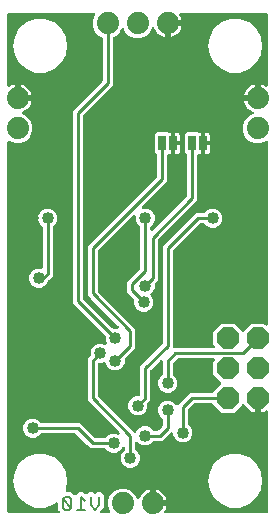
<source format=gbr>
G04 EAGLE Gerber RS-274X export*
G75*
%MOMM*%
%FSLAX34Y34*%
%LPD*%
%INBottom Copper*%
%IPPOS*%
%AMOC8*
5,1,8,0,0,1.08239X$1,22.5*%
G01*
%ADD10C,0.203200*%
%ADD11P,2.034460X8X292.500000*%
%ADD12C,1.879600*%
%ADD13R,0.635000X1.270000*%
%ADD14C,1.016000*%
%ADD15C,0.254000*%

G36*
X112061Y72387D02*
X112061Y72387D01*
X112111Y72383D01*
X112219Y72402D01*
X112328Y72412D01*
X112375Y72429D01*
X112424Y72437D01*
X112524Y72482D01*
X112628Y72519D01*
X112669Y72547D01*
X112714Y72568D01*
X112800Y72636D01*
X112891Y72698D01*
X112924Y72735D01*
X112962Y72766D01*
X113029Y72854D01*
X113101Y72936D01*
X113124Y72981D01*
X113154Y73020D01*
X113225Y73165D01*
X113759Y74455D01*
X116045Y76741D01*
X119033Y77979D01*
X122267Y77979D01*
X125255Y76741D01*
X127455Y74540D01*
X127534Y74480D01*
X127606Y74412D01*
X127659Y74383D01*
X127707Y74346D01*
X127798Y74306D01*
X127884Y74258D01*
X127943Y74243D01*
X127998Y74219D01*
X128096Y74204D01*
X128192Y74179D01*
X128292Y74173D01*
X128313Y74169D01*
X128325Y74171D01*
X128353Y74169D01*
X131035Y74169D01*
X131134Y74181D01*
X131233Y74184D01*
X131291Y74201D01*
X131351Y74209D01*
X131443Y74245D01*
X131538Y74273D01*
X131590Y74303D01*
X131647Y74326D01*
X131727Y74384D01*
X131812Y74434D01*
X131887Y74500D01*
X131904Y74512D01*
X131912Y74522D01*
X131933Y74540D01*
X135010Y77617D01*
X135070Y77695D01*
X135138Y77768D01*
X135167Y77821D01*
X135204Y77868D01*
X135244Y77959D01*
X135292Y78046D01*
X135307Y78105D01*
X135331Y78160D01*
X135346Y78258D01*
X135371Y78354D01*
X135377Y78454D01*
X135381Y78474D01*
X135379Y78487D01*
X135381Y78515D01*
X135381Y83737D01*
X135369Y83835D01*
X135366Y83934D01*
X135349Y83993D01*
X135341Y84053D01*
X135305Y84145D01*
X135277Y84240D01*
X135247Y84292D01*
X135224Y84348D01*
X135166Y84428D01*
X135116Y84514D01*
X135050Y84589D01*
X135038Y84606D01*
X135028Y84614D01*
X135010Y84635D01*
X132809Y86835D01*
X131571Y89823D01*
X131571Y93057D01*
X132809Y96045D01*
X135095Y98331D01*
X138083Y99569D01*
X141317Y99569D01*
X144305Y98331D01*
X146577Y96059D01*
X146671Y95986D01*
X146760Y95907D01*
X146796Y95889D01*
X146828Y95864D01*
X146937Y95817D01*
X147043Y95763D01*
X147083Y95754D01*
X147120Y95738D01*
X147237Y95719D01*
X147353Y95693D01*
X147394Y95694D01*
X147434Y95688D01*
X147552Y95699D01*
X147671Y95703D01*
X147710Y95714D01*
X147750Y95718D01*
X147863Y95758D01*
X147977Y95791D01*
X148012Y95812D01*
X148050Y95825D01*
X148148Y95892D01*
X148251Y95953D01*
X148296Y95993D01*
X148313Y96004D01*
X148326Y96019D01*
X148372Y96059D01*
X150983Y98670D01*
X158231Y105919D01*
X176784Y105919D01*
X176902Y105934D01*
X177021Y105941D01*
X177059Y105954D01*
X177100Y105959D01*
X177210Y106002D01*
X177323Y106039D01*
X177358Y106061D01*
X177395Y106076D01*
X177491Y106145D01*
X177592Y106209D01*
X177620Y106239D01*
X177653Y106262D01*
X177729Y106354D01*
X177810Y106441D01*
X177830Y106476D01*
X177855Y106507D01*
X177900Y106602D01*
X184700Y113403D01*
X184773Y113497D01*
X184852Y113586D01*
X184870Y113622D01*
X184895Y113654D01*
X184943Y113763D01*
X184997Y113869D01*
X185005Y113908D01*
X185021Y113946D01*
X185040Y114063D01*
X185066Y114179D01*
X185065Y114220D01*
X185071Y114260D01*
X185060Y114378D01*
X185057Y114497D01*
X185045Y114536D01*
X185042Y114576D01*
X185001Y114689D01*
X184968Y114803D01*
X184948Y114838D01*
X184934Y114876D01*
X184867Y114974D01*
X184807Y115077D01*
X184767Y115122D01*
X184755Y115139D01*
X184740Y115152D01*
X184700Y115198D01*
X178053Y121844D01*
X178053Y132156D01*
X179112Y133215D01*
X179197Y133324D01*
X179286Y133431D01*
X179295Y133450D01*
X179307Y133466D01*
X179362Y133593D01*
X179422Y133719D01*
X179425Y133739D01*
X179434Y133758D01*
X179455Y133896D01*
X179481Y134032D01*
X179480Y134052D01*
X179483Y134072D01*
X179470Y134211D01*
X179462Y134349D01*
X179455Y134368D01*
X179454Y134388D01*
X179406Y134520D01*
X179364Y134651D01*
X179353Y134669D01*
X179346Y134688D01*
X179268Y134803D01*
X179193Y134920D01*
X179179Y134934D01*
X179167Y134951D01*
X179063Y135043D01*
X178962Y135138D01*
X178944Y135148D01*
X178929Y135161D01*
X178805Y135225D01*
X178683Y135292D01*
X178664Y135297D01*
X178646Y135306D01*
X178510Y135336D01*
X178375Y135371D01*
X178347Y135373D01*
X178335Y135376D01*
X178315Y135375D01*
X178215Y135381D01*
X148365Y135381D01*
X148266Y135369D01*
X148167Y135366D01*
X148109Y135349D01*
X148049Y135341D01*
X147957Y135305D01*
X147862Y135277D01*
X147810Y135247D01*
X147753Y135224D01*
X147673Y135166D01*
X147588Y135116D01*
X147513Y135050D01*
X147496Y135038D01*
X147488Y135028D01*
X147467Y135010D01*
X144390Y131933D01*
X144330Y131855D01*
X144262Y131782D01*
X144233Y131729D01*
X144196Y131682D01*
X144156Y131591D01*
X144108Y131504D01*
X144093Y131445D01*
X144069Y131390D01*
X144054Y131292D01*
X144029Y131196D01*
X144023Y131096D01*
X144019Y131076D01*
X144021Y131063D01*
X144019Y131035D01*
X144019Y122003D01*
X144031Y121905D01*
X144034Y121806D01*
X144051Y121747D01*
X144059Y121687D01*
X144095Y121595D01*
X144123Y121500D01*
X144153Y121448D01*
X144176Y121392D01*
X144234Y121312D01*
X144284Y121226D01*
X144350Y121151D01*
X144362Y121134D01*
X144372Y121126D01*
X144390Y121105D01*
X146591Y118905D01*
X147829Y115917D01*
X147829Y112683D01*
X146591Y109695D01*
X144305Y107409D01*
X141317Y106171D01*
X138083Y106171D01*
X135095Y107409D01*
X132809Y109695D01*
X131571Y112683D01*
X131571Y115917D01*
X132809Y118905D01*
X135010Y121105D01*
X135070Y121184D01*
X135138Y121256D01*
X135167Y121309D01*
X135204Y121357D01*
X135244Y121448D01*
X135292Y121534D01*
X135307Y121593D01*
X135331Y121648D01*
X135346Y121746D01*
X135371Y121842D01*
X135377Y121942D01*
X135381Y121963D01*
X135379Y121975D01*
X135381Y122003D01*
X135381Y132559D01*
X135364Y132697D01*
X135351Y132836D01*
X135344Y132855D01*
X135341Y132875D01*
X135290Y133004D01*
X135243Y133135D01*
X135232Y133152D01*
X135224Y133171D01*
X135143Y133283D01*
X135065Y133398D01*
X135049Y133412D01*
X135038Y133428D01*
X134930Y133517D01*
X134826Y133609D01*
X134808Y133618D01*
X134793Y133631D01*
X134667Y133690D01*
X134543Y133753D01*
X134523Y133758D01*
X134505Y133766D01*
X134369Y133792D01*
X134233Y133823D01*
X134212Y133822D01*
X134193Y133826D01*
X134054Y133817D01*
X133915Y133813D01*
X133895Y133808D01*
X133875Y133806D01*
X133743Y133764D01*
X133609Y133725D01*
X133592Y133715D01*
X133573Y133708D01*
X133455Y133634D01*
X133335Y133563D01*
X133314Y133545D01*
X133304Y133538D01*
X133290Y133523D01*
X133215Y133457D01*
X125340Y125583D01*
X125280Y125505D01*
X125212Y125432D01*
X125183Y125379D01*
X125146Y125332D01*
X125106Y125241D01*
X125058Y125154D01*
X125043Y125095D01*
X125019Y125040D01*
X125004Y124942D01*
X124979Y124846D01*
X124973Y124746D01*
X124969Y124726D01*
X124971Y124713D01*
X124969Y124685D01*
X124969Y99811D01*
X122800Y97643D01*
X122740Y97565D01*
X122672Y97492D01*
X122643Y97439D01*
X122606Y97392D01*
X122566Y97301D01*
X122518Y97214D01*
X122503Y97155D01*
X122479Y97100D01*
X122464Y97002D01*
X122439Y96906D01*
X122433Y96806D01*
X122429Y96786D01*
X122431Y96773D01*
X122429Y96745D01*
X122429Y93633D01*
X121191Y90645D01*
X118905Y88359D01*
X115917Y87121D01*
X112683Y87121D01*
X109695Y88359D01*
X107409Y90645D01*
X106171Y93633D01*
X106171Y96867D01*
X107409Y99855D01*
X109695Y102141D01*
X112683Y103379D01*
X115062Y103379D01*
X115180Y103394D01*
X115299Y103401D01*
X115337Y103414D01*
X115378Y103419D01*
X115488Y103462D01*
X115601Y103499D01*
X115636Y103521D01*
X115673Y103536D01*
X115769Y103605D01*
X115870Y103669D01*
X115898Y103699D01*
X115931Y103722D01*
X116007Y103814D01*
X116088Y103901D01*
X116108Y103936D01*
X116133Y103967D01*
X116184Y104075D01*
X116242Y104179D01*
X116252Y104219D01*
X116269Y104255D01*
X116291Y104372D01*
X116321Y104487D01*
X116325Y104547D01*
X116329Y104567D01*
X116327Y104588D01*
X116331Y104648D01*
X116331Y128789D01*
X135010Y147467D01*
X135070Y147545D01*
X135138Y147618D01*
X135167Y147671D01*
X135204Y147718D01*
X135244Y147809D01*
X135292Y147896D01*
X135307Y147955D01*
X135331Y148010D01*
X135346Y148108D01*
X135371Y148204D01*
X135377Y148304D01*
X135381Y148324D01*
X135379Y148337D01*
X135381Y148365D01*
X135381Y230389D01*
X163311Y258319D01*
X170097Y258319D01*
X170195Y258331D01*
X170294Y258334D01*
X170353Y258351D01*
X170413Y258359D01*
X170505Y258395D01*
X170600Y258423D01*
X170652Y258453D01*
X170708Y258476D01*
X170788Y258534D01*
X170874Y258584D01*
X170949Y258650D01*
X170966Y258662D01*
X170974Y258672D01*
X170995Y258690D01*
X173195Y260891D01*
X176183Y262129D01*
X179417Y262129D01*
X182405Y260891D01*
X184691Y258605D01*
X185929Y255617D01*
X185929Y252383D01*
X184691Y249395D01*
X182405Y247109D01*
X179417Y245871D01*
X176183Y245871D01*
X173195Y247109D01*
X170995Y249310D01*
X170916Y249370D01*
X170844Y249438D01*
X170791Y249467D01*
X170743Y249504D01*
X170652Y249544D01*
X170566Y249592D01*
X170507Y249607D01*
X170452Y249631D01*
X170354Y249646D01*
X170258Y249671D01*
X170158Y249677D01*
X170137Y249681D01*
X170125Y249679D01*
X170097Y249681D01*
X167415Y249681D01*
X167316Y249669D01*
X167217Y249666D01*
X167159Y249649D01*
X167099Y249641D01*
X167007Y249605D01*
X166912Y249577D01*
X166860Y249547D01*
X166803Y249524D01*
X166723Y249466D01*
X166638Y249416D01*
X166563Y249350D01*
X166546Y249338D01*
X166538Y249328D01*
X166517Y249310D01*
X144390Y227183D01*
X144330Y227105D01*
X144262Y227032D01*
X144233Y226979D01*
X144196Y226932D01*
X144156Y226841D01*
X144108Y226754D01*
X144093Y226695D01*
X144069Y226640D01*
X144054Y226542D01*
X144029Y226446D01*
X144023Y226346D01*
X144019Y226326D01*
X144021Y226313D01*
X144019Y226285D01*
X144019Y145288D01*
X144034Y145170D01*
X144041Y145051D01*
X144054Y145013D01*
X144059Y144972D01*
X144102Y144862D01*
X144139Y144749D01*
X144161Y144714D01*
X144176Y144677D01*
X144245Y144581D01*
X144309Y144480D01*
X144339Y144452D01*
X144362Y144419D01*
X144454Y144343D01*
X144541Y144262D01*
X144576Y144242D01*
X144607Y144217D01*
X144715Y144166D01*
X144819Y144108D01*
X144859Y144098D01*
X144895Y144081D01*
X145012Y144059D01*
X145127Y144029D01*
X145187Y144025D01*
X145207Y144021D01*
X145228Y144023D01*
X145288Y144019D01*
X178215Y144019D01*
X178353Y144036D01*
X178491Y144049D01*
X178510Y144056D01*
X178530Y144059D01*
X178659Y144110D01*
X178790Y144157D01*
X178807Y144168D01*
X178826Y144176D01*
X178938Y144257D01*
X179054Y144335D01*
X179067Y144351D01*
X179083Y144362D01*
X179172Y144470D01*
X179264Y144574D01*
X179273Y144592D01*
X179286Y144607D01*
X179345Y144733D01*
X179409Y144857D01*
X179413Y144877D01*
X179422Y144895D01*
X179448Y145032D01*
X179478Y145167D01*
X179478Y145188D01*
X179481Y145207D01*
X179473Y145346D01*
X179469Y145485D01*
X179463Y145505D01*
X179462Y145525D01*
X179419Y145657D01*
X179380Y145791D01*
X179370Y145808D01*
X179364Y145827D01*
X179289Y145945D01*
X179219Y146065D01*
X179200Y146086D01*
X179193Y146096D01*
X179178Y146110D01*
X179112Y146185D01*
X178053Y147244D01*
X178053Y157556D01*
X185344Y164847D01*
X195656Y164847D01*
X202302Y158200D01*
X202397Y158127D01*
X202486Y158048D01*
X202522Y158030D01*
X202554Y158005D01*
X202663Y157958D01*
X202769Y157903D01*
X202808Y157895D01*
X202846Y157879D01*
X202963Y157860D01*
X203079Y157834D01*
X203120Y157835D01*
X203160Y157829D01*
X203278Y157840D01*
X203397Y157843D01*
X203436Y157855D01*
X203476Y157858D01*
X203589Y157899D01*
X203703Y157932D01*
X203737Y157952D01*
X203776Y157966D01*
X203874Y158033D01*
X203977Y158093D01*
X204022Y158133D01*
X204039Y158145D01*
X204052Y158160D01*
X204097Y158200D01*
X210744Y164847D01*
X221056Y164847D01*
X222369Y163534D01*
X222478Y163449D01*
X222585Y163360D01*
X222604Y163351D01*
X222620Y163339D01*
X222748Y163283D01*
X222873Y163224D01*
X222893Y163221D01*
X222912Y163212D01*
X223050Y163191D01*
X223186Y163165D01*
X223206Y163166D01*
X223226Y163163D01*
X223365Y163176D01*
X223503Y163184D01*
X223522Y163191D01*
X223542Y163192D01*
X223674Y163240D01*
X223805Y163282D01*
X223823Y163293D01*
X223842Y163300D01*
X223957Y163378D01*
X224074Y163453D01*
X224088Y163467D01*
X224105Y163479D01*
X224197Y163583D01*
X224292Y163684D01*
X224302Y163702D01*
X224315Y163717D01*
X224379Y163841D01*
X224446Y163963D01*
X224451Y163982D01*
X224460Y164000D01*
X224490Y164136D01*
X224525Y164271D01*
X224527Y164299D01*
X224530Y164311D01*
X224529Y164331D01*
X224535Y164431D01*
X224535Y318405D01*
X224529Y318454D01*
X224531Y318504D01*
X224509Y318611D01*
X224495Y318721D01*
X224477Y318767D01*
X224467Y318815D01*
X224419Y318914D01*
X224378Y319016D01*
X224349Y319056D01*
X224327Y319101D01*
X224256Y319185D01*
X224192Y319274D01*
X224153Y319305D01*
X224121Y319343D01*
X224031Y319406D01*
X223947Y319476D01*
X223902Y319498D01*
X223861Y319526D01*
X223758Y319565D01*
X223659Y319612D01*
X223610Y319621D01*
X223564Y319639D01*
X223454Y319651D01*
X223347Y319672D01*
X223297Y319669D01*
X223248Y319674D01*
X223139Y319659D01*
X223029Y319652D01*
X222982Y319637D01*
X222933Y319630D01*
X222780Y319578D01*
X218376Y317753D01*
X213424Y317753D01*
X208850Y319648D01*
X205348Y323150D01*
X203453Y327724D01*
X203453Y332676D01*
X205348Y337250D01*
X208850Y340752D01*
X211875Y342005D01*
X211901Y342020D01*
X211930Y342029D01*
X212039Y342099D01*
X212152Y342163D01*
X212173Y342184D01*
X212198Y342200D01*
X212287Y342294D01*
X212380Y342384D01*
X212396Y342410D01*
X212416Y342431D01*
X212479Y342545D01*
X212546Y342655D01*
X212555Y342684D01*
X212569Y342710D01*
X212602Y342835D01*
X212640Y342959D01*
X212641Y342989D01*
X212649Y343018D01*
X212649Y343148D01*
X212655Y343277D01*
X212649Y343306D01*
X212649Y343336D01*
X212617Y343461D01*
X212591Y343588D01*
X212578Y343615D01*
X212570Y343644D01*
X212508Y343757D01*
X212451Y343874D01*
X212432Y343897D01*
X212417Y343923D01*
X212329Y344017D01*
X212245Y344116D01*
X212220Y344133D01*
X212200Y344155D01*
X212091Y344224D01*
X211985Y344299D01*
X211957Y344310D01*
X211931Y344326D01*
X211782Y344385D01*
X211317Y344536D01*
X209643Y345389D01*
X208122Y346494D01*
X206794Y347822D01*
X205689Y349343D01*
X204836Y351017D01*
X204255Y352804D01*
X204215Y353061D01*
X214630Y353061D01*
X214748Y353076D01*
X214867Y353083D01*
X214905Y353096D01*
X214945Y353101D01*
X215056Y353144D01*
X215169Y353181D01*
X215203Y353203D01*
X215241Y353218D01*
X215337Y353288D01*
X215438Y353351D01*
X215466Y353381D01*
X215498Y353404D01*
X215574Y353496D01*
X215656Y353583D01*
X215675Y353618D01*
X215701Y353649D01*
X215752Y353757D01*
X215809Y353861D01*
X215820Y353901D01*
X215837Y353937D01*
X215859Y354054D01*
X215889Y354169D01*
X215893Y354230D01*
X215897Y354250D01*
X215895Y354270D01*
X215899Y354330D01*
X215899Y355601D01*
X217170Y355601D01*
X217288Y355616D01*
X217407Y355623D01*
X217445Y355636D01*
X217485Y355641D01*
X217596Y355685D01*
X217709Y355721D01*
X217744Y355743D01*
X217781Y355758D01*
X217877Y355828D01*
X217978Y355891D01*
X218006Y355921D01*
X218039Y355945D01*
X218114Y356036D01*
X218196Y356123D01*
X218216Y356158D01*
X218241Y356190D01*
X218292Y356297D01*
X218350Y356402D01*
X218360Y356441D01*
X218377Y356477D01*
X218399Y356594D01*
X218429Y356709D01*
X218433Y356770D01*
X218437Y356790D01*
X218435Y356810D01*
X218439Y356870D01*
X218439Y367285D01*
X218696Y367245D01*
X220483Y366664D01*
X222157Y365811D01*
X222520Y365547D01*
X222555Y365528D01*
X222585Y365503D01*
X222694Y365452D01*
X222799Y365394D01*
X222837Y365384D01*
X222873Y365367D01*
X222991Y365345D01*
X223107Y365315D01*
X223146Y365315D01*
X223186Y365308D01*
X223305Y365315D01*
X223425Y365315D01*
X223463Y365325D01*
X223503Y365327D01*
X223617Y365364D01*
X223733Y365394D01*
X223768Y365413D01*
X223805Y365425D01*
X223906Y365489D01*
X224011Y365547D01*
X224041Y365574D01*
X224074Y365595D01*
X224156Y365683D01*
X224243Y365765D01*
X224265Y365798D01*
X224292Y365827D01*
X224350Y365932D01*
X224414Y366033D01*
X224426Y366071D01*
X224446Y366106D01*
X224475Y366221D01*
X224513Y366335D01*
X224515Y366375D01*
X224525Y366414D01*
X224535Y366574D01*
X224535Y426466D01*
X224520Y426584D01*
X224513Y426703D01*
X224500Y426741D01*
X224495Y426782D01*
X224452Y426892D01*
X224415Y427005D01*
X224393Y427040D01*
X224378Y427077D01*
X224309Y427173D01*
X224245Y427274D01*
X224215Y427302D01*
X224192Y427335D01*
X224100Y427411D01*
X224013Y427492D01*
X223978Y427512D01*
X223947Y427537D01*
X223839Y427588D01*
X223735Y427646D01*
X223695Y427656D01*
X223659Y427673D01*
X223542Y427695D01*
X223427Y427725D01*
X223367Y427729D01*
X223347Y427733D01*
X223326Y427731D01*
X223266Y427735D01*
X150674Y427735D01*
X150635Y427730D01*
X150595Y427733D01*
X150477Y427710D01*
X150359Y427695D01*
X150322Y427681D01*
X150283Y427673D01*
X150174Y427622D01*
X150063Y427578D01*
X150031Y427555D01*
X149995Y427538D01*
X149903Y427462D01*
X149806Y427392D01*
X149780Y427361D01*
X149750Y427336D01*
X149679Y427239D01*
X149603Y427147D01*
X149586Y427111D01*
X149562Y427078D01*
X149518Y426967D01*
X149467Y426859D01*
X149460Y426820D01*
X149445Y426783D01*
X149430Y426664D01*
X149408Y426547D01*
X149410Y426507D01*
X149405Y426467D01*
X149420Y426348D01*
X149427Y426229D01*
X149440Y426191D01*
X149445Y426152D01*
X149488Y426040D01*
X149525Y425927D01*
X149547Y425893D01*
X149561Y425856D01*
X149647Y425720D01*
X149911Y425357D01*
X150764Y423683D01*
X151345Y421896D01*
X151385Y421639D01*
X140970Y421639D01*
X140852Y421624D01*
X140733Y421617D01*
X140695Y421604D01*
X140655Y421599D01*
X140544Y421556D01*
X140431Y421519D01*
X140397Y421497D01*
X140359Y421482D01*
X140263Y421412D01*
X140162Y421349D01*
X140134Y421319D01*
X140102Y421295D01*
X140026Y421204D01*
X139944Y421117D01*
X139925Y421082D01*
X139899Y421051D01*
X139848Y420943D01*
X139791Y420839D01*
X139780Y420799D01*
X139763Y420763D01*
X139741Y420646D01*
X139711Y420531D01*
X139707Y420470D01*
X139703Y420450D01*
X139705Y420430D01*
X139701Y420370D01*
X139701Y419099D01*
X138430Y419099D01*
X138312Y419084D01*
X138193Y419077D01*
X138155Y419064D01*
X138114Y419059D01*
X138004Y419015D01*
X137891Y418979D01*
X137856Y418957D01*
X137819Y418942D01*
X137723Y418872D01*
X137622Y418809D01*
X137594Y418779D01*
X137561Y418755D01*
X137486Y418664D01*
X137404Y418577D01*
X137384Y418542D01*
X137359Y418510D01*
X137308Y418403D01*
X137250Y418298D01*
X137240Y418259D01*
X137223Y418223D01*
X137201Y418106D01*
X137171Y417991D01*
X137167Y417930D01*
X137163Y417910D01*
X137165Y417890D01*
X137161Y417830D01*
X137161Y407415D01*
X136904Y407455D01*
X135117Y408036D01*
X133443Y408889D01*
X131922Y409994D01*
X130594Y411322D01*
X129489Y412843D01*
X128636Y414517D01*
X128485Y414982D01*
X128472Y415009D01*
X128465Y415038D01*
X128405Y415152D01*
X128350Y415270D01*
X128331Y415293D01*
X128317Y415319D01*
X128230Y415415D01*
X128147Y415515D01*
X128123Y415532D01*
X128103Y415554D01*
X127994Y415626D01*
X127890Y415702D01*
X127862Y415713D01*
X127837Y415729D01*
X127714Y415771D01*
X127594Y415819D01*
X127564Y415823D01*
X127536Y415832D01*
X127407Y415843D01*
X127279Y415859D01*
X127249Y415855D01*
X127219Y415858D01*
X127091Y415835D01*
X126963Y415819D01*
X126935Y415808D01*
X126906Y415803D01*
X126788Y415750D01*
X126667Y415702D01*
X126643Y415685D01*
X126616Y415673D01*
X126515Y415592D01*
X126410Y415516D01*
X126391Y415493D01*
X126367Y415474D01*
X126289Y415370D01*
X126207Y415271D01*
X126194Y415244D01*
X126176Y415220D01*
X126105Y415075D01*
X124852Y412050D01*
X121350Y408548D01*
X116776Y406653D01*
X111824Y406653D01*
X107250Y408548D01*
X103748Y412049D01*
X102773Y414405D01*
X102704Y414526D01*
X102639Y414648D01*
X102625Y414663D01*
X102615Y414681D01*
X102518Y414781D01*
X102425Y414884D01*
X102408Y414895D01*
X102394Y414909D01*
X102276Y414982D01*
X102159Y415058D01*
X102140Y415065D01*
X102123Y415076D01*
X101990Y415116D01*
X101858Y415162D01*
X101838Y415163D01*
X101819Y415169D01*
X101680Y415176D01*
X101541Y415187D01*
X101521Y415183D01*
X101501Y415184D01*
X101365Y415156D01*
X101228Y415132D01*
X101209Y415124D01*
X101190Y415120D01*
X101065Y415059D01*
X100938Y415002D01*
X100922Y414989D01*
X100904Y414980D01*
X100798Y414890D01*
X100690Y414803D01*
X100677Y414787D01*
X100662Y414774D01*
X100582Y414660D01*
X100498Y414549D01*
X100486Y414524D01*
X100479Y414514D01*
X100472Y414495D01*
X100427Y414405D01*
X99452Y412050D01*
X95950Y408548D01*
X94002Y407741D01*
X93977Y407727D01*
X93949Y407717D01*
X93916Y407697D01*
X93897Y407689D01*
X93849Y407654D01*
X93839Y407648D01*
X93726Y407584D01*
X93705Y407563D01*
X93680Y407547D01*
X93591Y407453D01*
X93498Y407362D01*
X93482Y407337D01*
X93462Y407316D01*
X93399Y407202D01*
X93331Y407091D01*
X93323Y407063D01*
X93308Y407037D01*
X93276Y406911D01*
X93238Y406787D01*
X93236Y406758D01*
X93229Y406729D01*
X93219Y406569D01*
X93219Y366511D01*
X68190Y341483D01*
X68130Y341405D01*
X68062Y341332D01*
X68033Y341279D01*
X67996Y341232D01*
X67956Y341141D01*
X67908Y341054D01*
X67893Y340995D01*
X67890Y340988D01*
X67881Y340969D01*
X67881Y340966D01*
X67869Y340940D01*
X67854Y340842D01*
X67829Y340746D01*
X67824Y340672D01*
X67821Y340656D01*
X67822Y340643D01*
X67819Y340626D01*
X67821Y340613D01*
X67819Y340585D01*
X67819Y186465D01*
X67831Y186366D01*
X67834Y186267D01*
X67851Y186209D01*
X67859Y186149D01*
X67895Y186057D01*
X67923Y185962D01*
X67953Y185910D01*
X67976Y185853D01*
X68034Y185773D01*
X68084Y185688D01*
X68150Y185613D01*
X68162Y185596D01*
X68172Y185588D01*
X68190Y185567D01*
X92857Y160900D01*
X92935Y160840D01*
X93008Y160772D01*
X93061Y160743D01*
X93108Y160706D01*
X93199Y160666D01*
X93286Y160618D01*
X93345Y160603D01*
X93400Y160579D01*
X93498Y160564D01*
X93594Y160539D01*
X93694Y160533D01*
X93714Y160529D01*
X93727Y160531D01*
X93755Y160529D01*
X96999Y160529D01*
X97137Y160546D01*
X97276Y160559D01*
X97295Y160566D01*
X97315Y160569D01*
X97444Y160620D01*
X97575Y160667D01*
X97592Y160678D01*
X97611Y160686D01*
X97723Y160767D01*
X97838Y160845D01*
X97852Y160861D01*
X97868Y160872D01*
X97957Y160980D01*
X98049Y161084D01*
X98058Y161102D01*
X98071Y161117D01*
X98130Y161243D01*
X98193Y161367D01*
X98198Y161387D01*
X98206Y161405D01*
X98232Y161541D01*
X98263Y161677D01*
X98262Y161698D01*
X98266Y161717D01*
X98257Y161856D01*
X98253Y161995D01*
X98248Y162015D01*
X98246Y162035D01*
X98204Y162167D01*
X98165Y162301D01*
X98155Y162318D01*
X98148Y162337D01*
X98074Y162455D01*
X98003Y162575D01*
X97985Y162596D01*
X97978Y162606D01*
X97963Y162620D01*
X97897Y162695D01*
X74783Y185810D01*
X71881Y188711D01*
X71881Y230389D01*
X130510Y289017D01*
X130570Y289095D01*
X130638Y289168D01*
X130667Y289221D01*
X130704Y289268D01*
X130744Y289359D01*
X130792Y289446D01*
X130807Y289505D01*
X130831Y289560D01*
X130846Y289658D01*
X130871Y289754D01*
X130877Y289854D01*
X130881Y289874D01*
X130879Y289886D01*
X130881Y289915D01*
X130881Y307456D01*
X130869Y307555D01*
X130866Y307654D01*
X130849Y307712D01*
X130841Y307772D01*
X130805Y307864D01*
X130777Y307959D01*
X130747Y308011D01*
X130724Y308068D01*
X130666Y308148D01*
X130616Y308233D01*
X130550Y308308D01*
X130538Y308325D01*
X130528Y308333D01*
X130510Y308354D01*
X128976Y309887D01*
X128976Y325113D01*
X130762Y326899D01*
X139638Y326899D01*
X139774Y326762D01*
X139852Y326702D01*
X139924Y326634D01*
X139977Y326605D01*
X140025Y326568D01*
X140116Y326528D01*
X140203Y326480D01*
X140262Y326465D01*
X140317Y326441D01*
X140415Y326426D01*
X140511Y326401D01*
X140611Y326395D01*
X140631Y326391D01*
X140644Y326393D01*
X140672Y326391D01*
X142613Y326391D01*
X142613Y317818D01*
X142628Y317699D01*
X142636Y317581D01*
X142648Y317542D01*
X142653Y317502D01*
X142659Y317488D01*
X142653Y317458D01*
X142623Y317343D01*
X142620Y317283D01*
X142616Y317263D01*
X142617Y317242D01*
X142613Y317182D01*
X142613Y308609D01*
X140788Y308609D01*
X140670Y308594D01*
X140551Y308587D01*
X140513Y308574D01*
X140472Y308569D01*
X140362Y308526D01*
X140249Y308489D01*
X140214Y308467D01*
X140177Y308452D01*
X140081Y308383D01*
X139980Y308319D01*
X139952Y308289D01*
X139919Y308266D01*
X139843Y308174D01*
X139762Y308087D01*
X139742Y308052D01*
X139717Y308021D01*
X139666Y307913D01*
X139608Y307809D01*
X139598Y307769D01*
X139581Y307733D01*
X139559Y307616D01*
X139529Y307501D01*
X139525Y307441D01*
X139521Y307421D01*
X139523Y307400D01*
X139519Y307340D01*
X139519Y285811D01*
X136617Y282910D01*
X118003Y264295D01*
X117918Y264186D01*
X117829Y264079D01*
X117821Y264060D01*
X117808Y264044D01*
X117753Y263916D01*
X117694Y263791D01*
X117690Y263771D01*
X117682Y263752D01*
X117660Y263614D01*
X117634Y263478D01*
X117635Y263458D01*
X117632Y263438D01*
X117645Y263299D01*
X117654Y263161D01*
X117660Y263142D01*
X117662Y263122D01*
X117709Y262990D01*
X117752Y262859D01*
X117762Y262841D01*
X117769Y262822D01*
X117847Y262707D01*
X117922Y262590D01*
X117937Y262576D01*
X117948Y262559D01*
X118052Y262467D01*
X118153Y262372D01*
X118171Y262362D01*
X118186Y262349D01*
X118310Y262285D01*
X118432Y262218D01*
X118452Y262213D01*
X118470Y262204D01*
X118605Y262174D01*
X118740Y262139D01*
X118768Y262137D01*
X118780Y262134D01*
X118800Y262135D01*
X118901Y262129D01*
X122267Y262129D01*
X125255Y260891D01*
X127541Y258605D01*
X128779Y255617D01*
X128779Y252383D01*
X127541Y249395D01*
X125340Y247195D01*
X125280Y247116D01*
X125212Y247044D01*
X125183Y246991D01*
X125146Y246943D01*
X125106Y246852D01*
X125058Y246766D01*
X125043Y246707D01*
X125019Y246652D01*
X125004Y246554D01*
X124979Y246458D01*
X124973Y246358D01*
X124969Y246337D01*
X124971Y246325D01*
X124969Y246297D01*
X124969Y244741D01*
X124986Y244603D01*
X124999Y244464D01*
X125006Y244445D01*
X125009Y244425D01*
X125060Y244296D01*
X125107Y244165D01*
X125118Y244148D01*
X125126Y244129D01*
X125207Y244017D01*
X125285Y243902D01*
X125301Y243888D01*
X125312Y243872D01*
X125420Y243783D01*
X125524Y243691D01*
X125542Y243682D01*
X125557Y243669D01*
X125683Y243610D01*
X125807Y243547D01*
X125827Y243542D01*
X125845Y243534D01*
X125981Y243508D01*
X126117Y243477D01*
X126138Y243478D01*
X126157Y243474D01*
X126296Y243483D01*
X126435Y243487D01*
X126455Y243492D01*
X126475Y243494D01*
X126607Y243536D01*
X126741Y243575D01*
X126758Y243585D01*
X126777Y243592D01*
X126895Y243666D01*
X127015Y243737D01*
X127036Y243755D01*
X127046Y243762D01*
X127060Y243777D01*
X127135Y243843D01*
X155910Y272617D01*
X155970Y272695D01*
X156038Y272768D01*
X156067Y272821D01*
X156104Y272868D01*
X156144Y272959D01*
X156192Y273046D01*
X156207Y273105D01*
X156231Y273160D01*
X156246Y273258D01*
X156271Y273354D01*
X156277Y273454D01*
X156281Y273474D01*
X156279Y273487D01*
X156281Y273515D01*
X156281Y307456D01*
X156269Y307555D01*
X156266Y307654D01*
X156249Y307712D01*
X156241Y307772D01*
X156205Y307864D01*
X156177Y307959D01*
X156147Y308011D01*
X156124Y308068D01*
X156066Y308148D01*
X156016Y308233D01*
X155950Y308308D01*
X155938Y308325D01*
X155928Y308333D01*
X155910Y308354D01*
X154376Y309887D01*
X154376Y325113D01*
X156162Y326899D01*
X165038Y326899D01*
X165174Y326762D01*
X165252Y326702D01*
X165324Y326634D01*
X165377Y326605D01*
X165425Y326568D01*
X165516Y326528D01*
X165603Y326480D01*
X165662Y326465D01*
X165717Y326441D01*
X165815Y326426D01*
X165911Y326401D01*
X166011Y326395D01*
X166031Y326391D01*
X166044Y326393D01*
X166072Y326391D01*
X168013Y326391D01*
X168013Y317818D01*
X168028Y317699D01*
X168036Y317581D01*
X168048Y317542D01*
X168053Y317502D01*
X168059Y317488D01*
X168053Y317458D01*
X168023Y317343D01*
X168020Y317283D01*
X168016Y317263D01*
X168017Y317242D01*
X168013Y317182D01*
X168013Y308609D01*
X166188Y308609D01*
X166070Y308594D01*
X165951Y308587D01*
X165913Y308574D01*
X165872Y308569D01*
X165762Y308526D01*
X165649Y308489D01*
X165614Y308467D01*
X165577Y308452D01*
X165481Y308383D01*
X165380Y308319D01*
X165352Y308289D01*
X165319Y308266D01*
X165243Y308174D01*
X165162Y308087D01*
X165142Y308052D01*
X165117Y308021D01*
X165066Y307913D01*
X165008Y307809D01*
X164998Y307769D01*
X164981Y307733D01*
X164959Y307616D01*
X164929Y307501D01*
X164925Y307441D01*
X164921Y307421D01*
X164923Y307400D01*
X164919Y307340D01*
X164919Y269411D01*
X131690Y236183D01*
X131630Y236105D01*
X131562Y236032D01*
X131533Y235979D01*
X131496Y235932D01*
X131456Y235841D01*
X131408Y235754D01*
X131393Y235695D01*
X131369Y235640D01*
X131354Y235542D01*
X131329Y235446D01*
X131323Y235346D01*
X131319Y235326D01*
X131321Y235313D01*
X131319Y235285D01*
X131319Y201411D01*
X129150Y199243D01*
X129090Y199165D01*
X129022Y199092D01*
X128993Y199039D01*
X128956Y198992D01*
X128916Y198901D01*
X128868Y198814D01*
X128853Y198755D01*
X128829Y198700D01*
X128814Y198602D01*
X128789Y198506D01*
X128783Y198406D01*
X128779Y198386D01*
X128781Y198373D01*
X128779Y198345D01*
X128779Y195233D01*
X127541Y192245D01*
X125423Y190128D01*
X125350Y190033D01*
X125272Y189944D01*
X125253Y189908D01*
X125228Y189876D01*
X125181Y189767D01*
X125127Y189661D01*
X125118Y189622D01*
X125102Y189584D01*
X125083Y189467D01*
X125057Y189351D01*
X125058Y189310D01*
X125052Y189270D01*
X125063Y189152D01*
X125067Y189033D01*
X125078Y188994D01*
X125082Y188954D01*
X125122Y188841D01*
X125155Y188727D01*
X125176Y188693D01*
X125190Y188654D01*
X125256Y188556D01*
X125317Y188453D01*
X125357Y188408D01*
X125368Y188391D01*
X125383Y188378D01*
X125423Y188333D01*
X126271Y187485D01*
X127509Y184497D01*
X127509Y181263D01*
X126271Y178275D01*
X123985Y175989D01*
X120997Y174751D01*
X117763Y174751D01*
X114775Y175989D01*
X112489Y178275D01*
X111251Y181263D01*
X111251Y184375D01*
X111239Y184474D01*
X111236Y184573D01*
X111219Y184631D01*
X111211Y184691D01*
X111175Y184783D01*
X111147Y184878D01*
X111117Y184930D01*
X111094Y184987D01*
X111036Y185067D01*
X110986Y185152D01*
X110920Y185227D01*
X110908Y185244D01*
X110898Y185252D01*
X110880Y185273D01*
X104901Y191251D01*
X104901Y199909D01*
X115960Y210967D01*
X116020Y211045D01*
X116088Y211118D01*
X116117Y211171D01*
X116154Y211218D01*
X116194Y211309D01*
X116242Y211396D01*
X116257Y211455D01*
X116281Y211510D01*
X116296Y211608D01*
X116321Y211704D01*
X116327Y211804D01*
X116331Y211824D01*
X116329Y211837D01*
X116331Y211865D01*
X116331Y246297D01*
X116319Y246395D01*
X116316Y246494D01*
X116299Y246553D01*
X116291Y246613D01*
X116255Y246705D01*
X116227Y246800D01*
X116197Y246852D01*
X116174Y246908D01*
X116116Y246988D01*
X116066Y247074D01*
X116000Y247149D01*
X115988Y247166D01*
X115978Y247174D01*
X115960Y247195D01*
X113759Y249395D01*
X112521Y252383D01*
X112521Y255749D01*
X112504Y255887D01*
X112491Y256026D01*
X112484Y256045D01*
X112481Y256065D01*
X112430Y256194D01*
X112383Y256325D01*
X112372Y256342D01*
X112364Y256361D01*
X112283Y256473D01*
X112205Y256588D01*
X112189Y256602D01*
X112178Y256618D01*
X112070Y256707D01*
X111966Y256799D01*
X111948Y256808D01*
X111933Y256821D01*
X111807Y256880D01*
X111683Y256943D01*
X111663Y256948D01*
X111645Y256956D01*
X111509Y256982D01*
X111373Y257013D01*
X111352Y257012D01*
X111333Y257016D01*
X111194Y257007D01*
X111055Y257003D01*
X111035Y256998D01*
X111015Y256996D01*
X110883Y256954D01*
X110749Y256915D01*
X110732Y256905D01*
X110713Y256898D01*
X110595Y256824D01*
X110475Y256753D01*
X110454Y256735D01*
X110444Y256728D01*
X110430Y256713D01*
X110355Y256647D01*
X80890Y227183D01*
X80830Y227105D01*
X80762Y227032D01*
X80733Y226979D01*
X80696Y226932D01*
X80656Y226841D01*
X80608Y226754D01*
X80593Y226695D01*
X80569Y226640D01*
X80554Y226542D01*
X80529Y226446D01*
X80523Y226346D01*
X80519Y226326D01*
X80521Y226313D01*
X80519Y226285D01*
X80519Y192815D01*
X80531Y192716D01*
X80534Y192617D01*
X80551Y192559D01*
X80559Y192499D01*
X80595Y192407D01*
X80623Y192312D01*
X80653Y192260D01*
X80676Y192203D01*
X80734Y192123D01*
X80784Y192038D01*
X80850Y191963D01*
X80862Y191946D01*
X80872Y191938D01*
X80890Y191917D01*
X112269Y160539D01*
X112269Y144261D01*
X103750Y135743D01*
X103690Y135665D01*
X103622Y135592D01*
X103593Y135539D01*
X103556Y135492D01*
X103516Y135401D01*
X103468Y135314D01*
X103453Y135255D01*
X103429Y135200D01*
X103414Y135102D01*
X103389Y135006D01*
X103383Y134906D01*
X103379Y134886D01*
X103381Y134873D01*
X103379Y134845D01*
X103379Y131733D01*
X102141Y128745D01*
X99855Y126459D01*
X96867Y125221D01*
X93633Y125221D01*
X90645Y126459D01*
X88359Y128745D01*
X87232Y131467D01*
X87173Y131570D01*
X87120Y131677D01*
X87094Y131708D01*
X87074Y131743D01*
X86991Y131829D01*
X86914Y131919D01*
X86881Y131942D01*
X86853Y131972D01*
X86751Y132034D01*
X86654Y132102D01*
X86616Y132117D01*
X86582Y132138D01*
X86468Y132173D01*
X86357Y132215D01*
X86316Y132220D01*
X86278Y132231D01*
X86159Y132237D01*
X86040Y132250D01*
X86000Y132245D01*
X85960Y132247D01*
X85843Y132222D01*
X85726Y132206D01*
X85669Y132186D01*
X85649Y132182D01*
X85630Y132173D01*
X85573Y132154D01*
X84167Y131571D01*
X81788Y131571D01*
X81670Y131556D01*
X81551Y131549D01*
X81513Y131536D01*
X81472Y131531D01*
X81362Y131488D01*
X81249Y131451D01*
X81214Y131429D01*
X81177Y131414D01*
X81081Y131345D01*
X80980Y131281D01*
X80952Y131251D01*
X80919Y131228D01*
X80843Y131136D01*
X80762Y131049D01*
X80742Y131014D01*
X80717Y130983D01*
X80666Y130875D01*
X80608Y130771D01*
X80598Y130731D01*
X80581Y130695D01*
X80559Y130578D01*
X80529Y130463D01*
X80525Y130403D01*
X80521Y130383D01*
X80523Y130362D01*
X80519Y130302D01*
X80519Y103915D01*
X80531Y103816D01*
X80534Y103717D01*
X80551Y103659D01*
X80559Y103599D01*
X80595Y103507D01*
X80623Y103412D01*
X80653Y103360D01*
X80676Y103303D01*
X80734Y103223D01*
X80784Y103138D01*
X80850Y103063D01*
X80862Y103046D01*
X80872Y103038D01*
X80890Y103017D01*
X111154Y72753D01*
X111194Y72723D01*
X111227Y72686D01*
X111319Y72626D01*
X111406Y72558D01*
X111451Y72538D01*
X111493Y72511D01*
X111597Y72476D01*
X111698Y72432D01*
X111747Y72424D01*
X111794Y72408D01*
X111903Y72399D01*
X112012Y72382D01*
X112061Y72387D01*
G37*
G36*
X47274Y4242D02*
X47274Y4242D01*
X47413Y4255D01*
X47432Y4262D01*
X47452Y4265D01*
X47581Y4316D01*
X47712Y4363D01*
X47729Y4374D01*
X47747Y4382D01*
X47860Y4463D01*
X47975Y4541D01*
X47988Y4557D01*
X48005Y4568D01*
X48094Y4676D01*
X48185Y4780D01*
X48195Y4798D01*
X48208Y4813D01*
X48267Y4939D01*
X48330Y5063D01*
X48334Y5083D01*
X48343Y5101D01*
X48369Y5238D01*
X48400Y5373D01*
X48399Y5394D01*
X48403Y5413D01*
X48394Y5552D01*
X48390Y5691D01*
X48384Y5711D01*
X48383Y5731D01*
X48340Y5863D01*
X48302Y5997D01*
X48291Y6014D01*
X48285Y6033D01*
X48211Y6151D01*
X48140Y6271D01*
X48121Y6292D01*
X48115Y6302D01*
X48100Y6316D01*
X48034Y6391D01*
X46963Y7462D01*
X46963Y12283D01*
X46953Y12366D01*
X46952Y12450D01*
X46933Y12523D01*
X46923Y12598D01*
X46892Y12676D01*
X46871Y12757D01*
X46834Y12824D01*
X46806Y12894D01*
X46757Y12962D01*
X46716Y13035D01*
X46664Y13090D01*
X46620Y13151D01*
X46555Y13205D01*
X46497Y13266D01*
X46433Y13306D01*
X46375Y13354D01*
X46299Y13390D01*
X46227Y13434D01*
X46155Y13457D01*
X46087Y13489D01*
X46004Y13505D01*
X45924Y13531D01*
X45849Y13535D01*
X45775Y13549D01*
X45691Y13544D01*
X45607Y13549D01*
X45533Y13534D01*
X45457Y13529D01*
X45377Y13504D01*
X45295Y13487D01*
X45227Y13455D01*
X45155Y13431D01*
X45084Y13386D01*
X45008Y13350D01*
X44893Y13266D01*
X44886Y13261D01*
X44884Y13259D01*
X44878Y13255D01*
X43228Y11870D01*
X35736Y9143D01*
X27764Y9143D01*
X20272Y11870D01*
X14165Y16994D01*
X10179Y23899D01*
X8795Y31750D01*
X10179Y39601D01*
X14165Y46505D01*
X20272Y51630D01*
X27764Y54357D01*
X35736Y54357D01*
X43228Y51630D01*
X49335Y46506D01*
X53321Y39601D01*
X54705Y31750D01*
X53310Y23837D01*
X53279Y23770D01*
X53274Y23744D01*
X53263Y23719D01*
X53244Y23588D01*
X53219Y23458D01*
X53220Y23431D01*
X53217Y23404D01*
X53230Y23272D01*
X53239Y23140D01*
X53247Y23115D01*
X53250Y23088D01*
X53296Y22963D01*
X53337Y22838D01*
X53351Y22815D01*
X53360Y22790D01*
X53436Y22681D01*
X53507Y22569D01*
X53526Y22551D01*
X53542Y22528D01*
X53642Y22442D01*
X53738Y22351D01*
X53762Y22338D01*
X53782Y22320D01*
X53901Y22262D01*
X54017Y22198D01*
X54043Y22191D01*
X54067Y22179D01*
X54197Y22151D01*
X54325Y22118D01*
X54363Y22116D01*
X54378Y22112D01*
X54400Y22113D01*
X54486Y22108D01*
X54564Y22108D01*
X55016Y22108D01*
X55017Y22108D01*
X58050Y22108D01*
X60426Y19732D01*
X60520Y19659D01*
X60610Y19580D01*
X60645Y19562D01*
X60678Y19537D01*
X60787Y19489D01*
X60893Y19435D01*
X60932Y19427D01*
X60969Y19411D01*
X61087Y19392D01*
X61203Y19366D01*
X61243Y19367D01*
X61283Y19361D01*
X61402Y19372D01*
X61521Y19375D01*
X61560Y19387D01*
X61600Y19390D01*
X61712Y19431D01*
X61826Y19464D01*
X61861Y19484D01*
X61899Y19498D01*
X61998Y19565D01*
X62100Y19625D01*
X62146Y19665D01*
X62163Y19677D01*
X62176Y19692D01*
X62221Y19732D01*
X63384Y20894D01*
X63384Y20895D01*
X64597Y22108D01*
X67965Y22108D01*
X69451Y20622D01*
X69545Y20548D01*
X69634Y20470D01*
X69670Y20451D01*
X69702Y20427D01*
X69812Y20379D01*
X69918Y20325D01*
X69957Y20316D01*
X69994Y20300D01*
X70112Y20282D01*
X70228Y20256D01*
X70268Y20257D01*
X70308Y20250D01*
X70427Y20262D01*
X70546Y20265D01*
X70585Y20276D01*
X70625Y20280D01*
X70737Y20321D01*
X70851Y20354D01*
X70886Y20374D01*
X70924Y20388D01*
X71023Y20455D01*
X71125Y20515D01*
X71170Y20555D01*
X71187Y20566D01*
X71201Y20582D01*
X71246Y20622D01*
X72732Y22108D01*
X76100Y22108D01*
X77077Y21130D01*
X77172Y21057D01*
X77261Y20978D01*
X77297Y20960D01*
X77329Y20935D01*
X77438Y20888D01*
X77544Y20834D01*
X77583Y20825D01*
X77621Y20809D01*
X77738Y20790D01*
X77854Y20764D01*
X77895Y20765D01*
X77935Y20759D01*
X78053Y20770D01*
X78172Y20774D01*
X78211Y20785D01*
X78251Y20789D01*
X78363Y20829D01*
X78478Y20862D01*
X78513Y20883D01*
X78551Y20896D01*
X78649Y20963D01*
X78752Y21024D01*
X78797Y21063D01*
X78814Y21075D01*
X78827Y21090D01*
X78872Y21130D01*
X79850Y22108D01*
X83218Y22108D01*
X85599Y19727D01*
X85599Y9241D01*
X82749Y6391D01*
X82664Y6282D01*
X82575Y6175D01*
X82566Y6156D01*
X82554Y6140D01*
X82498Y6012D01*
X82439Y5887D01*
X82436Y5867D01*
X82428Y5848D01*
X82406Y5710D01*
X82380Y5574D01*
X82381Y5554D01*
X82378Y5534D01*
X82391Y5395D01*
X82399Y5257D01*
X82406Y5238D01*
X82408Y5218D01*
X82455Y5086D01*
X82497Y4955D01*
X82508Y4937D01*
X82515Y4918D01*
X82593Y4803D01*
X82668Y4686D01*
X82682Y4672D01*
X82694Y4655D01*
X82798Y4563D01*
X82899Y4468D01*
X82917Y4458D01*
X82932Y4445D01*
X83056Y4381D01*
X83178Y4314D01*
X83197Y4309D01*
X83215Y4300D01*
X83351Y4270D01*
X83486Y4235D01*
X83514Y4233D01*
X83526Y4230D01*
X83546Y4231D01*
X83646Y4225D01*
X89739Y4225D01*
X89788Y4231D01*
X89838Y4229D01*
X89945Y4251D01*
X90054Y4265D01*
X90100Y4283D01*
X90149Y4293D01*
X90248Y4341D01*
X90350Y4382D01*
X90390Y4411D01*
X90435Y4433D01*
X90518Y4504D01*
X90607Y4568D01*
X90639Y4607D01*
X90677Y4639D01*
X90740Y4729D01*
X90810Y4813D01*
X90831Y4858D01*
X90860Y4899D01*
X90899Y5002D01*
X90946Y5101D01*
X90955Y5150D01*
X90973Y5196D01*
X90985Y5306D01*
X91005Y5413D01*
X91002Y5463D01*
X91008Y5512D01*
X90993Y5621D01*
X90986Y5731D01*
X90970Y5778D01*
X90963Y5827D01*
X90911Y5980D01*
X89153Y10224D01*
X89153Y15176D01*
X91048Y19750D01*
X94550Y23252D01*
X99124Y25147D01*
X104076Y25147D01*
X108650Y23252D01*
X112152Y19750D01*
X113405Y16725D01*
X113420Y16699D01*
X113429Y16670D01*
X113498Y16561D01*
X113563Y16448D01*
X113584Y16427D01*
X113600Y16402D01*
X113694Y16313D01*
X113784Y16220D01*
X113810Y16204D01*
X113831Y16184D01*
X113945Y16121D01*
X114055Y16054D01*
X114084Y16045D01*
X114110Y16031D01*
X114236Y15998D01*
X114359Y15960D01*
X114389Y15959D01*
X114418Y15951D01*
X114548Y15951D01*
X114677Y15945D01*
X114706Y15951D01*
X114736Y15951D01*
X114862Y15983D01*
X114988Y16009D01*
X115015Y16022D01*
X115044Y16030D01*
X115158Y16092D01*
X115274Y16149D01*
X115297Y16168D01*
X115323Y16183D01*
X115418Y16271D01*
X115516Y16355D01*
X115533Y16380D01*
X115555Y16400D01*
X115624Y16509D01*
X115699Y16615D01*
X115710Y16643D01*
X115726Y16669D01*
X115785Y16818D01*
X115936Y17283D01*
X116789Y18957D01*
X117894Y20478D01*
X119222Y21806D01*
X120743Y22911D01*
X122417Y23764D01*
X124204Y24345D01*
X124461Y24385D01*
X124461Y13970D01*
X124476Y13852D01*
X124483Y13733D01*
X124496Y13695D01*
X124501Y13655D01*
X124544Y13544D01*
X124581Y13431D01*
X124603Y13397D01*
X124618Y13359D01*
X124688Y13263D01*
X124751Y13162D01*
X124781Y13134D01*
X124804Y13102D01*
X124896Y13026D01*
X124983Y12944D01*
X125018Y12925D01*
X125049Y12899D01*
X125157Y12848D01*
X125261Y12791D01*
X125301Y12780D01*
X125337Y12763D01*
X125454Y12741D01*
X125569Y12711D01*
X125630Y12707D01*
X125650Y12703D01*
X125670Y12705D01*
X125730Y12701D01*
X127001Y12701D01*
X127001Y11430D01*
X127016Y11312D01*
X127023Y11193D01*
X127036Y11155D01*
X127041Y11114D01*
X127085Y11004D01*
X127121Y10891D01*
X127143Y10856D01*
X127158Y10819D01*
X127228Y10723D01*
X127291Y10622D01*
X127321Y10594D01*
X127345Y10561D01*
X127436Y10486D01*
X127523Y10404D01*
X127558Y10384D01*
X127590Y10359D01*
X127697Y10308D01*
X127802Y10250D01*
X127841Y10240D01*
X127877Y10223D01*
X127994Y10201D01*
X128109Y10171D01*
X128170Y10167D01*
X128190Y10163D01*
X128210Y10165D01*
X128270Y10161D01*
X138685Y10161D01*
X138645Y9904D01*
X138064Y8117D01*
X137211Y6443D01*
X137064Y6240D01*
X137045Y6205D01*
X137019Y6175D01*
X136968Y6066D01*
X136910Y5961D01*
X136901Y5923D01*
X136884Y5887D01*
X136861Y5769D01*
X136831Y5653D01*
X136831Y5614D01*
X136824Y5574D01*
X136831Y5455D01*
X136831Y5335D01*
X136841Y5297D01*
X136844Y5257D01*
X136880Y5143D01*
X136910Y5027D01*
X136929Y4992D01*
X136942Y4955D01*
X137006Y4853D01*
X137063Y4749D01*
X137090Y4720D01*
X137112Y4686D01*
X137199Y4604D01*
X137281Y4517D01*
X137314Y4495D01*
X137343Y4468D01*
X137448Y4410D01*
X137549Y4346D01*
X137587Y4334D01*
X137622Y4314D01*
X137737Y4285D01*
X137852Y4247D01*
X137891Y4245D01*
X137930Y4235D01*
X138090Y4225D01*
X223266Y4225D01*
X223384Y4240D01*
X223503Y4247D01*
X223541Y4260D01*
X223582Y4265D01*
X223692Y4308D01*
X223805Y4345D01*
X223840Y4367D01*
X223877Y4382D01*
X223973Y4451D01*
X224074Y4515D01*
X224102Y4545D01*
X224135Y4568D01*
X224211Y4660D01*
X224292Y4747D01*
X224312Y4782D01*
X224337Y4813D01*
X224388Y4921D01*
X224446Y5025D01*
X224456Y5065D01*
X224473Y5101D01*
X224495Y5218D01*
X224525Y5333D01*
X224529Y5393D01*
X224533Y5413D01*
X224531Y5434D01*
X224535Y5494D01*
X224535Y90287D01*
X224518Y90425D01*
X224505Y90564D01*
X224498Y90583D01*
X224495Y90603D01*
X224444Y90732D01*
X224397Y90863D01*
X224386Y90880D01*
X224378Y90898D01*
X224297Y91011D01*
X224219Y91126D01*
X224203Y91139D01*
X224192Y91156D01*
X224084Y91245D01*
X223980Y91336D01*
X223962Y91346D01*
X223947Y91359D01*
X223821Y91418D01*
X223697Y91481D01*
X223677Y91485D01*
X223659Y91494D01*
X223522Y91520D01*
X223387Y91551D01*
X223366Y91550D01*
X223347Y91554D01*
X223208Y91545D01*
X223069Y91541D01*
X223049Y91535D01*
X223029Y91534D01*
X222897Y91491D01*
X222763Y91453D01*
X222746Y91442D01*
X222727Y91436D01*
X222609Y91361D01*
X222489Y91291D01*
X222468Y91272D01*
X222458Y91266D01*
X222444Y91251D01*
X222369Y91185D01*
X220845Y89661D01*
X218439Y89661D01*
X218439Y100330D01*
X218424Y100448D01*
X218417Y100567D01*
X218404Y100605D01*
X218399Y100645D01*
X218356Y100756D01*
X218319Y100869D01*
X218297Y100903D01*
X218282Y100941D01*
X218212Y101037D01*
X218149Y101138D01*
X218119Y101166D01*
X218095Y101198D01*
X218004Y101274D01*
X217917Y101356D01*
X217882Y101375D01*
X217851Y101401D01*
X217743Y101452D01*
X217639Y101509D01*
X217599Y101520D01*
X217563Y101537D01*
X217446Y101559D01*
X217331Y101589D01*
X217270Y101593D01*
X217250Y101597D01*
X217230Y101595D01*
X217170Y101599D01*
X214630Y101599D01*
X214512Y101584D01*
X214393Y101577D01*
X214355Y101564D01*
X214314Y101559D01*
X214204Y101515D01*
X214091Y101479D01*
X214056Y101457D01*
X214019Y101442D01*
X213923Y101372D01*
X213822Y101309D01*
X213794Y101279D01*
X213761Y101255D01*
X213686Y101164D01*
X213604Y101077D01*
X213584Y101042D01*
X213559Y101010D01*
X213508Y100903D01*
X213450Y100798D01*
X213440Y100759D01*
X213423Y100723D01*
X213401Y100606D01*
X213371Y100491D01*
X213367Y100430D01*
X213363Y100410D01*
X213365Y100390D01*
X213361Y100330D01*
X213361Y89661D01*
X210955Y89661D01*
X204457Y96159D01*
X204363Y96232D01*
X204273Y96311D01*
X204237Y96330D01*
X204205Y96354D01*
X204096Y96402D01*
X203990Y96456D01*
X203951Y96465D01*
X203914Y96481D01*
X203796Y96499D01*
X203680Y96525D01*
X203640Y96524D01*
X203599Y96531D01*
X203481Y96519D01*
X203362Y96516D01*
X203323Y96505D01*
X203283Y96501D01*
X203171Y96460D01*
X203056Y96427D01*
X203022Y96407D01*
X202984Y96393D01*
X202885Y96326D01*
X202783Y96266D01*
X202737Y96226D01*
X202720Y96215D01*
X202707Y96199D01*
X202662Y96159D01*
X195656Y89153D01*
X185344Y89153D01*
X177911Y96587D01*
X177896Y96623D01*
X177827Y96719D01*
X177763Y96820D01*
X177733Y96848D01*
X177710Y96881D01*
X177618Y96957D01*
X177531Y97038D01*
X177496Y97058D01*
X177465Y97083D01*
X177357Y97134D01*
X177253Y97192D01*
X177213Y97202D01*
X177177Y97219D01*
X177060Y97241D01*
X176945Y97271D01*
X176885Y97275D01*
X176865Y97279D01*
X176844Y97277D01*
X176784Y97281D01*
X162335Y97281D01*
X162236Y97269D01*
X162137Y97266D01*
X162079Y97249D01*
X162019Y97241D01*
X161927Y97205D01*
X161832Y97177D01*
X161780Y97147D01*
X161723Y97124D01*
X161643Y97066D01*
X161558Y97016D01*
X161483Y96950D01*
X161466Y96938D01*
X161458Y96928D01*
X161437Y96910D01*
X157090Y92563D01*
X157030Y92485D01*
X156962Y92412D01*
X156933Y92359D01*
X156896Y92312D01*
X156856Y92221D01*
X156808Y92134D01*
X156793Y92075D01*
X156769Y92020D01*
X156754Y91922D01*
X156729Y91826D01*
X156723Y91726D01*
X156719Y91706D01*
X156721Y91693D01*
X156719Y91665D01*
X156719Y80093D01*
X156731Y79995D01*
X156734Y79896D01*
X156751Y79837D01*
X156759Y79777D01*
X156795Y79685D01*
X156823Y79590D01*
X156853Y79538D01*
X156876Y79482D01*
X156934Y79401D01*
X156984Y79316D01*
X157050Y79241D01*
X157062Y79224D01*
X157072Y79216D01*
X157090Y79195D01*
X159291Y76995D01*
X160529Y74007D01*
X160529Y70773D01*
X159291Y67785D01*
X157005Y65499D01*
X154017Y64261D01*
X150783Y64261D01*
X147795Y65499D01*
X145509Y67785D01*
X144271Y70773D01*
X144271Y71599D01*
X144254Y71737D01*
X144241Y71876D01*
X144234Y71895D01*
X144231Y71915D01*
X144180Y72044D01*
X144133Y72175D01*
X144122Y72192D01*
X144114Y72211D01*
X144033Y72323D01*
X143955Y72438D01*
X143939Y72452D01*
X143928Y72468D01*
X143820Y72557D01*
X143716Y72649D01*
X143698Y72658D01*
X143683Y72671D01*
X143557Y72730D01*
X143433Y72793D01*
X143413Y72798D01*
X143395Y72806D01*
X143258Y72832D01*
X143123Y72863D01*
X143102Y72862D01*
X143083Y72866D01*
X142944Y72857D01*
X142805Y72853D01*
X142785Y72848D01*
X142765Y72846D01*
X142633Y72804D01*
X142499Y72765D01*
X142482Y72755D01*
X142463Y72748D01*
X142345Y72674D01*
X142225Y72603D01*
X142204Y72585D01*
X142194Y72578D01*
X142180Y72563D01*
X142105Y72497D01*
X141117Y71510D01*
X135139Y65531D01*
X128353Y65531D01*
X128255Y65519D01*
X128156Y65516D01*
X128097Y65499D01*
X128037Y65491D01*
X127945Y65455D01*
X127850Y65427D01*
X127798Y65397D01*
X127742Y65374D01*
X127662Y65316D01*
X127576Y65266D01*
X127501Y65200D01*
X127484Y65188D01*
X127476Y65178D01*
X127455Y65160D01*
X125255Y62959D01*
X122267Y61721D01*
X119033Y61721D01*
X116045Y62959D01*
X114435Y64569D01*
X114326Y64654D01*
X114219Y64743D01*
X114200Y64751D01*
X114184Y64764D01*
X114056Y64819D01*
X113931Y64878D01*
X113911Y64882D01*
X113892Y64890D01*
X113754Y64912D01*
X113618Y64938D01*
X113598Y64937D01*
X113578Y64940D01*
X113439Y64927D01*
X113301Y64918D01*
X113282Y64912D01*
X113262Y64910D01*
X113130Y64863D01*
X112999Y64820D01*
X112981Y64809D01*
X112962Y64802D01*
X112847Y64724D01*
X112730Y64650D01*
X112716Y64635D01*
X112699Y64624D01*
X112607Y64520D01*
X112512Y64418D01*
X112502Y64401D01*
X112489Y64385D01*
X112425Y64261D01*
X112358Y64140D01*
X112353Y64120D01*
X112344Y64102D01*
X112314Y63966D01*
X112279Y63832D01*
X112277Y63804D01*
X112274Y63792D01*
X112275Y63771D01*
X112269Y63671D01*
X112269Y58503D01*
X112281Y58405D01*
X112284Y58306D01*
X112301Y58247D01*
X112309Y58187D01*
X112345Y58095D01*
X112373Y58000D01*
X112403Y57948D01*
X112426Y57892D01*
X112484Y57812D01*
X112534Y57726D01*
X112600Y57651D01*
X112612Y57634D01*
X112622Y57626D01*
X112640Y57605D01*
X114841Y55405D01*
X116079Y52417D01*
X116079Y49183D01*
X114841Y46195D01*
X112555Y43909D01*
X109567Y42671D01*
X106333Y42671D01*
X103345Y43909D01*
X101059Y46195D01*
X99821Y49183D01*
X99821Y52417D01*
X101059Y55405D01*
X103260Y57605D01*
X103320Y57684D01*
X103388Y57756D01*
X103417Y57809D01*
X103454Y57857D01*
X103494Y57948D01*
X103542Y58034D01*
X103557Y58093D01*
X103581Y58148D01*
X103596Y58246D01*
X103621Y58342D01*
X103627Y58442D01*
X103631Y58463D01*
X103629Y58475D01*
X103631Y58503D01*
X103631Y59178D01*
X103623Y59247D01*
X103624Y59317D01*
X103603Y59404D01*
X103591Y59493D01*
X103566Y59558D01*
X103549Y59626D01*
X103507Y59706D01*
X103474Y59789D01*
X103433Y59846D01*
X103401Y59907D01*
X103340Y59974D01*
X103288Y60046D01*
X103234Y60091D01*
X103187Y60143D01*
X103112Y60192D01*
X103043Y60249D01*
X102979Y60279D01*
X102921Y60317D01*
X102836Y60347D01*
X102755Y60385D01*
X102686Y60398D01*
X102620Y60421D01*
X102531Y60428D01*
X102443Y60445D01*
X102373Y60440D01*
X102303Y60446D01*
X102215Y60430D01*
X102125Y60425D01*
X102059Y60403D01*
X101990Y60391D01*
X101908Y60354D01*
X101823Y60327D01*
X101764Y60289D01*
X101700Y60261D01*
X101630Y60205D01*
X101554Y60157D01*
X101506Y60106D01*
X101452Y60062D01*
X101398Y59991D01*
X101336Y59925D01*
X101302Y59864D01*
X101260Y59808D01*
X101189Y59664D01*
X100871Y58895D01*
X98585Y56609D01*
X95597Y55371D01*
X92363Y55371D01*
X89375Y56609D01*
X87175Y58810D01*
X87096Y58870D01*
X87024Y58938D01*
X86971Y58967D01*
X86923Y59004D01*
X86832Y59044D01*
X86746Y59092D01*
X86687Y59107D01*
X86632Y59131D01*
X86534Y59146D01*
X86438Y59171D01*
X86338Y59177D01*
X86317Y59181D01*
X86305Y59179D01*
X86277Y59181D01*
X74411Y59181D01*
X71510Y62083D01*
X62083Y71510D01*
X62005Y71570D01*
X61932Y71638D01*
X61879Y71667D01*
X61832Y71704D01*
X61741Y71744D01*
X61654Y71792D01*
X61595Y71807D01*
X61540Y71831D01*
X61442Y71846D01*
X61346Y71871D01*
X61246Y71877D01*
X61226Y71881D01*
X61213Y71879D01*
X61185Y71881D01*
X33103Y71881D01*
X33005Y71869D01*
X32906Y71866D01*
X32847Y71849D01*
X32787Y71841D01*
X32695Y71805D01*
X32600Y71777D01*
X32548Y71747D01*
X32492Y71724D01*
X32412Y71666D01*
X32326Y71616D01*
X32251Y71550D01*
X32234Y71538D01*
X32226Y71528D01*
X32205Y71510D01*
X30005Y69309D01*
X27017Y68071D01*
X23783Y68071D01*
X20795Y69309D01*
X18509Y71595D01*
X17271Y74583D01*
X17271Y77817D01*
X18509Y80805D01*
X20795Y83091D01*
X23783Y84329D01*
X27017Y84329D01*
X30005Y83091D01*
X32205Y80890D01*
X32284Y80830D01*
X32356Y80762D01*
X32409Y80733D01*
X32457Y80696D01*
X32548Y80656D01*
X32634Y80608D01*
X32693Y80593D01*
X32748Y80569D01*
X32846Y80554D01*
X32942Y80529D01*
X33042Y80523D01*
X33063Y80519D01*
X33075Y80521D01*
X33103Y80519D01*
X65289Y80519D01*
X77617Y68190D01*
X77695Y68130D01*
X77767Y68062D01*
X77820Y68033D01*
X77868Y67996D01*
X77959Y67956D01*
X78046Y67908D01*
X78105Y67893D01*
X78160Y67869D01*
X78258Y67854D01*
X78354Y67829D01*
X78454Y67823D01*
X78474Y67819D01*
X78487Y67821D01*
X78515Y67819D01*
X86277Y67819D01*
X86375Y67831D01*
X86474Y67834D01*
X86533Y67851D01*
X86593Y67859D01*
X86685Y67895D01*
X86780Y67923D01*
X86832Y67953D01*
X86888Y67976D01*
X86968Y68034D01*
X87054Y68084D01*
X87129Y68150D01*
X87146Y68162D01*
X87154Y68172D01*
X87175Y68190D01*
X89375Y70391D01*
X92363Y71629D01*
X95597Y71629D01*
X97327Y70912D01*
X97394Y70894D01*
X97458Y70866D01*
X97547Y70852D01*
X97634Y70828D01*
X97703Y70827D01*
X97772Y70816D01*
X97862Y70825D01*
X97952Y70823D01*
X98019Y70839D01*
X98089Y70846D01*
X98174Y70876D01*
X98261Y70897D01*
X98323Y70930D01*
X98388Y70954D01*
X98463Y71004D01*
X98542Y71046D01*
X98594Y71093D01*
X98651Y71132D01*
X98711Y71199D01*
X98777Y71260D01*
X98816Y71318D01*
X98862Y71371D01*
X98903Y71451D01*
X98952Y71526D01*
X98975Y71592D01*
X99006Y71654D01*
X99026Y71741D01*
X99055Y71826D01*
X99061Y71896D01*
X99076Y71964D01*
X99073Y72054D01*
X99081Y72143D01*
X99069Y72212D01*
X99066Y72282D01*
X99041Y72368D01*
X99026Y72457D01*
X98997Y72520D01*
X98978Y72587D01*
X98932Y72665D01*
X98896Y72747D01*
X98852Y72801D01*
X98817Y72861D01*
X98710Y72982D01*
X71881Y99811D01*
X71881Y135139D01*
X74050Y137307D01*
X74110Y137385D01*
X74178Y137458D01*
X74207Y137511D01*
X74244Y137558D01*
X74284Y137649D01*
X74332Y137736D01*
X74347Y137795D01*
X74371Y137850D01*
X74386Y137948D01*
X74411Y138044D01*
X74417Y138144D01*
X74421Y138164D01*
X74419Y138177D01*
X74421Y138205D01*
X74421Y141317D01*
X75659Y144305D01*
X77945Y146591D01*
X80933Y147829D01*
X84167Y147829D01*
X86379Y146912D01*
X86513Y146876D01*
X86646Y146835D01*
X86667Y146834D01*
X86686Y146828D01*
X86825Y146826D01*
X86964Y146820D01*
X86984Y146824D01*
X87004Y146823D01*
X87140Y146856D01*
X87275Y146884D01*
X87294Y146893D01*
X87313Y146897D01*
X87436Y146962D01*
X87561Y147024D01*
X87577Y147037D01*
X87594Y147046D01*
X87697Y147140D01*
X87803Y147230D01*
X87815Y147247D01*
X87830Y147260D01*
X87906Y147376D01*
X87986Y147490D01*
X87993Y147509D01*
X88005Y147526D01*
X88050Y147657D01*
X88099Y147787D01*
X88101Y147808D01*
X88108Y147827D01*
X88119Y147965D01*
X88134Y148103D01*
X88131Y148123D01*
X88133Y148144D01*
X88109Y148281D01*
X88090Y148418D01*
X88081Y148445D01*
X88079Y148457D01*
X88070Y148476D01*
X88038Y148571D01*
X87121Y150783D01*
X87121Y153895D01*
X87109Y153994D01*
X87106Y154093D01*
X87089Y154151D01*
X87081Y154211D01*
X87045Y154303D01*
X87017Y154398D01*
X86987Y154450D01*
X86964Y154507D01*
X86906Y154587D01*
X86856Y154672D01*
X86790Y154747D01*
X86778Y154764D01*
X86768Y154772D01*
X86750Y154793D01*
X59181Y182361D01*
X59181Y344689D01*
X84210Y369717D01*
X84270Y369795D01*
X84338Y369868D01*
X84367Y369921D01*
X84404Y369968D01*
X84444Y370059D01*
X84492Y370146D01*
X84507Y370205D01*
X84531Y370260D01*
X84546Y370358D01*
X84571Y370454D01*
X84577Y370554D01*
X84581Y370574D01*
X84579Y370587D01*
X84581Y370615D01*
X84581Y406569D01*
X84578Y406598D01*
X84580Y406627D01*
X84558Y406755D01*
X84541Y406884D01*
X84531Y406911D01*
X84526Y406941D01*
X84472Y407059D01*
X84424Y407180D01*
X84407Y407204D01*
X84395Y407231D01*
X84314Y407332D01*
X84238Y407437D01*
X84215Y407456D01*
X84196Y407479D01*
X84093Y407557D01*
X84051Y407592D01*
X84039Y407603D01*
X84034Y407606D01*
X83993Y407640D01*
X83966Y407653D01*
X83942Y407670D01*
X83798Y407741D01*
X81850Y408548D01*
X78348Y412050D01*
X76453Y416624D01*
X76453Y421576D01*
X78278Y425980D01*
X78291Y426028D01*
X78312Y426073D01*
X78333Y426181D01*
X78362Y426287D01*
X78362Y426337D01*
X78372Y426386D01*
X78365Y426495D01*
X78367Y426605D01*
X78355Y426653D01*
X78352Y426703D01*
X78318Y426807D01*
X78293Y426914D01*
X78269Y426958D01*
X78254Y427005D01*
X78195Y427098D01*
X78144Y427195D01*
X78110Y427232D01*
X78084Y427274D01*
X78004Y427349D01*
X77930Y427431D01*
X77888Y427458D01*
X77852Y427492D01*
X77756Y427545D01*
X77664Y427605D01*
X77617Y427622D01*
X77574Y427646D01*
X77467Y427673D01*
X77363Y427709D01*
X77314Y427713D01*
X77266Y427725D01*
X77105Y427735D01*
X5334Y427735D01*
X5216Y427720D01*
X5097Y427713D01*
X5059Y427700D01*
X5018Y427695D01*
X4908Y427652D01*
X4795Y427615D01*
X4760Y427593D01*
X4723Y427578D01*
X4627Y427509D01*
X4526Y427445D01*
X4498Y427415D01*
X4465Y427392D01*
X4389Y427300D01*
X4308Y427213D01*
X4288Y427178D01*
X4263Y427147D01*
X4212Y427039D01*
X4154Y426935D01*
X4144Y426895D01*
X4127Y426859D01*
X4105Y426742D01*
X4075Y426627D01*
X4071Y426567D01*
X4067Y426547D01*
X4069Y426526D01*
X4065Y426466D01*
X4065Y366574D01*
X4070Y366535D01*
X4067Y366495D01*
X4090Y366377D01*
X4105Y366259D01*
X4119Y366222D01*
X4127Y366183D01*
X4178Y366074D01*
X4222Y365963D01*
X4245Y365931D01*
X4262Y365895D01*
X4338Y365803D01*
X4408Y365706D01*
X4439Y365680D01*
X4464Y365650D01*
X4561Y365579D01*
X4653Y365503D01*
X4689Y365486D01*
X4722Y365462D01*
X4833Y365418D01*
X4941Y365367D01*
X4980Y365360D01*
X5017Y365345D01*
X5136Y365330D01*
X5253Y365308D01*
X5293Y365310D01*
X5333Y365305D01*
X5452Y365320D01*
X5571Y365327D01*
X5609Y365340D01*
X5648Y365345D01*
X5760Y365388D01*
X5873Y365425D01*
X5907Y365447D01*
X5944Y365461D01*
X6080Y365547D01*
X6443Y365811D01*
X8117Y366664D01*
X9904Y367245D01*
X10161Y367285D01*
X10161Y356870D01*
X10176Y356752D01*
X10183Y356633D01*
X10196Y356595D01*
X10201Y356555D01*
X10244Y356444D01*
X10281Y356331D01*
X10303Y356297D01*
X10318Y356259D01*
X10388Y356163D01*
X10451Y356062D01*
X10481Y356034D01*
X10504Y356002D01*
X10596Y355926D01*
X10683Y355844D01*
X10718Y355825D01*
X10749Y355799D01*
X10857Y355748D01*
X10961Y355691D01*
X11001Y355680D01*
X11037Y355663D01*
X11154Y355641D01*
X11269Y355611D01*
X11330Y355607D01*
X11350Y355603D01*
X11370Y355605D01*
X11430Y355601D01*
X12701Y355601D01*
X12701Y354330D01*
X12716Y354212D01*
X12723Y354093D01*
X12736Y354055D01*
X12741Y354014D01*
X12785Y353904D01*
X12821Y353791D01*
X12843Y353756D01*
X12858Y353719D01*
X12928Y353623D01*
X12991Y353522D01*
X13021Y353494D01*
X13045Y353461D01*
X13136Y353386D01*
X13223Y353304D01*
X13258Y353284D01*
X13290Y353259D01*
X13397Y353208D01*
X13502Y353150D01*
X13541Y353140D01*
X13577Y353123D01*
X13694Y353101D01*
X13809Y353071D01*
X13870Y353067D01*
X13890Y353063D01*
X13910Y353065D01*
X13970Y353061D01*
X24385Y353061D01*
X24345Y352804D01*
X23764Y351017D01*
X22911Y349343D01*
X21806Y347822D01*
X20478Y346494D01*
X18957Y345389D01*
X17283Y344536D01*
X16818Y344385D01*
X16791Y344372D01*
X16762Y344365D01*
X16648Y344305D01*
X16530Y344250D01*
X16507Y344231D01*
X16481Y344217D01*
X16385Y344130D01*
X16285Y344047D01*
X16268Y344023D01*
X16246Y344003D01*
X16174Y343894D01*
X16098Y343790D01*
X16087Y343762D01*
X16071Y343737D01*
X16029Y343614D01*
X15981Y343494D01*
X15977Y343464D01*
X15968Y343436D01*
X15957Y343307D01*
X15941Y343179D01*
X15945Y343149D01*
X15942Y343119D01*
X15965Y342991D01*
X15981Y342863D01*
X15992Y342835D01*
X15997Y342806D01*
X16050Y342688D01*
X16098Y342567D01*
X16115Y342543D01*
X16127Y342516D01*
X16208Y342415D01*
X16284Y342310D01*
X16307Y342291D01*
X16326Y342267D01*
X16430Y342189D01*
X16529Y342107D01*
X16556Y342094D01*
X16580Y342076D01*
X16725Y342005D01*
X19750Y340752D01*
X23252Y337250D01*
X25147Y332676D01*
X25147Y327724D01*
X23252Y323150D01*
X19750Y319648D01*
X15176Y317753D01*
X10224Y317753D01*
X5820Y319578D01*
X5772Y319591D01*
X5727Y319612D01*
X5619Y319633D01*
X5513Y319662D01*
X5463Y319662D01*
X5414Y319672D01*
X5305Y319665D01*
X5195Y319667D01*
X5147Y319655D01*
X5097Y319652D01*
X4993Y319618D01*
X4886Y319593D01*
X4842Y319569D01*
X4795Y319554D01*
X4702Y319495D01*
X4605Y319444D01*
X4568Y319410D01*
X4526Y319384D01*
X4451Y319304D01*
X4369Y319230D01*
X4342Y319188D01*
X4308Y319152D01*
X4255Y319056D01*
X4195Y318964D01*
X4178Y318917D01*
X4154Y318874D01*
X4127Y318767D01*
X4091Y318663D01*
X4087Y318614D01*
X4075Y318566D01*
X4065Y318405D01*
X4065Y5494D01*
X4080Y5376D01*
X4087Y5257D01*
X4100Y5219D01*
X4105Y5178D01*
X4148Y5068D01*
X4185Y4955D01*
X4207Y4920D01*
X4222Y4883D01*
X4291Y4787D01*
X4355Y4686D01*
X4385Y4658D01*
X4408Y4625D01*
X4500Y4549D01*
X4587Y4468D01*
X4622Y4448D01*
X4653Y4423D01*
X4761Y4372D01*
X4865Y4314D01*
X4905Y4304D01*
X4941Y4287D01*
X5058Y4265D01*
X5173Y4235D01*
X5233Y4231D01*
X5253Y4227D01*
X5274Y4229D01*
X5334Y4225D01*
X47136Y4225D01*
X47274Y4242D01*
G37*
%LPC*%
G36*
X27764Y377443D02*
X27764Y377443D01*
X20272Y380170D01*
X14165Y385294D01*
X10179Y392199D01*
X8795Y400050D01*
X10179Y407901D01*
X14165Y414805D01*
X20272Y419930D01*
X27764Y422657D01*
X35736Y422657D01*
X43228Y419930D01*
X49335Y414806D01*
X53321Y407901D01*
X54705Y400050D01*
X53321Y392199D01*
X49335Y385295D01*
X43228Y380170D01*
X35736Y377443D01*
X27764Y377443D01*
G37*
%LPD*%
%LPC*%
G36*
X192864Y9143D02*
X192864Y9143D01*
X185372Y11870D01*
X179265Y16994D01*
X175279Y23899D01*
X173895Y31750D01*
X175279Y39601D01*
X179265Y46505D01*
X185372Y51630D01*
X192864Y54357D01*
X200836Y54357D01*
X208328Y51630D01*
X214435Y46506D01*
X218421Y39601D01*
X219805Y31750D01*
X218421Y23899D01*
X214435Y16995D01*
X208328Y11870D01*
X200836Y9143D01*
X192864Y9143D01*
G37*
%LPD*%
%LPC*%
G36*
X192864Y377443D02*
X192864Y377443D01*
X185372Y380170D01*
X179265Y385294D01*
X175279Y392199D01*
X173895Y400050D01*
X175279Y407901D01*
X179265Y414805D01*
X185372Y419930D01*
X192864Y422657D01*
X200836Y422657D01*
X208328Y419930D01*
X214435Y414806D01*
X218421Y407901D01*
X219805Y400050D01*
X218421Y392199D01*
X214435Y385295D01*
X208328Y380170D01*
X200836Y377443D01*
X192864Y377443D01*
G37*
%LPD*%
%LPC*%
G36*
X28863Y195071D02*
X28863Y195071D01*
X25875Y196309D01*
X23589Y198595D01*
X22351Y201583D01*
X22351Y204817D01*
X23589Y207805D01*
X25875Y210091D01*
X28863Y211329D01*
X32108Y211329D01*
X32119Y211324D01*
X32227Y211303D01*
X32333Y211274D01*
X32383Y211273D01*
X32432Y211264D01*
X32541Y211271D01*
X32651Y211269D01*
X32699Y211281D01*
X32749Y211284D01*
X32853Y211317D01*
X32960Y211343D01*
X33004Y211366D01*
X33051Y211382D01*
X33144Y211440D01*
X33241Y211492D01*
X33278Y211525D01*
X33320Y211552D01*
X33395Y211632D01*
X33477Y211706D01*
X33504Y211747D01*
X33538Y211783D01*
X33591Y211880D01*
X33651Y211971D01*
X33668Y212018D01*
X33692Y212062D01*
X33719Y212168D01*
X33755Y212272D01*
X33759Y212322D01*
X33771Y212370D01*
X33781Y212531D01*
X33781Y246297D01*
X33769Y246395D01*
X33766Y246494D01*
X33749Y246553D01*
X33741Y246613D01*
X33705Y246705D01*
X33677Y246800D01*
X33647Y246852D01*
X33624Y246908D01*
X33566Y246988D01*
X33516Y247074D01*
X33450Y247149D01*
X33438Y247166D01*
X33428Y247174D01*
X33410Y247195D01*
X31209Y249395D01*
X29971Y252383D01*
X29971Y255617D01*
X31209Y258605D01*
X33495Y260891D01*
X36483Y262129D01*
X39717Y262129D01*
X42705Y260891D01*
X44991Y258605D01*
X46229Y255617D01*
X46229Y252383D01*
X44991Y249395D01*
X42790Y247195D01*
X42730Y247116D01*
X42662Y247044D01*
X42633Y246991D01*
X42596Y246943D01*
X42556Y246852D01*
X42508Y246766D01*
X42493Y246707D01*
X42469Y246652D01*
X42454Y246554D01*
X42429Y246458D01*
X42423Y246358D01*
X42419Y246337D01*
X42421Y246325D01*
X42419Y246297D01*
X42419Y205221D01*
X38980Y201783D01*
X38666Y201468D01*
X38660Y201461D01*
X38653Y201455D01*
X38562Y201335D01*
X38471Y201217D01*
X38467Y201208D01*
X38461Y201201D01*
X38391Y201056D01*
X37371Y198595D01*
X35085Y196309D01*
X32097Y195071D01*
X28863Y195071D01*
G37*
%LPD*%
%LPC*%
G36*
X15239Y358139D02*
X15239Y358139D01*
X15239Y367285D01*
X15496Y367245D01*
X17283Y366664D01*
X18957Y365811D01*
X20478Y364706D01*
X21806Y363378D01*
X22911Y361857D01*
X23764Y360183D01*
X24345Y358396D01*
X24385Y358139D01*
X15239Y358139D01*
G37*
%LPD*%
%LPC*%
G36*
X129539Y15239D02*
X129539Y15239D01*
X129539Y24385D01*
X129796Y24345D01*
X131583Y23764D01*
X133257Y22911D01*
X134778Y21806D01*
X136106Y20478D01*
X137211Y18957D01*
X138064Y17283D01*
X138645Y15496D01*
X138685Y15239D01*
X129539Y15239D01*
G37*
%LPD*%
%LPC*%
G36*
X142239Y416561D02*
X142239Y416561D01*
X151385Y416561D01*
X151345Y416304D01*
X150764Y414517D01*
X149911Y412843D01*
X148806Y411322D01*
X147478Y409994D01*
X145957Y408889D01*
X144283Y408036D01*
X142496Y407455D01*
X142239Y407415D01*
X142239Y416561D01*
G37*
%LPD*%
%LPC*%
G36*
X204215Y358139D02*
X204215Y358139D01*
X204255Y358396D01*
X204836Y360183D01*
X205689Y361857D01*
X206794Y363378D01*
X208122Y364706D01*
X209643Y365811D01*
X211317Y366664D01*
X213104Y367245D01*
X213361Y367285D01*
X213361Y358139D01*
X204215Y358139D01*
G37*
%LPD*%
%LPC*%
G36*
X171187Y319087D02*
X171187Y319087D01*
X171187Y326391D01*
X173109Y326391D01*
X173756Y326218D01*
X174335Y325883D01*
X174808Y325410D01*
X175143Y324831D01*
X175316Y324184D01*
X175316Y319087D01*
X171187Y319087D01*
G37*
%LPD*%
%LPC*%
G36*
X145787Y319087D02*
X145787Y319087D01*
X145787Y326391D01*
X147709Y326391D01*
X148356Y326218D01*
X148935Y325883D01*
X149408Y325410D01*
X149743Y324831D01*
X149916Y324184D01*
X149916Y319087D01*
X145787Y319087D01*
G37*
%LPD*%
%LPC*%
G36*
X171187Y308609D02*
X171187Y308609D01*
X171187Y315913D01*
X175316Y315913D01*
X175316Y310816D01*
X175143Y310169D01*
X174808Y309590D01*
X174335Y309117D01*
X173756Y308782D01*
X173109Y308609D01*
X171187Y308609D01*
G37*
%LPD*%
%LPC*%
G36*
X145787Y308609D02*
X145787Y308609D01*
X145787Y315913D01*
X149916Y315913D01*
X149916Y310816D01*
X149743Y310169D01*
X149408Y309590D01*
X148935Y309117D01*
X148356Y308782D01*
X147709Y308609D01*
X145787Y308609D01*
G37*
%LPD*%
D10*
X81534Y18043D02*
X81534Y10925D01*
X77975Y7366D01*
X74416Y10925D01*
X74416Y18043D01*
X69840Y14484D02*
X66281Y18043D01*
X66281Y7366D01*
X69840Y7366D02*
X62722Y7366D01*
X58146Y9146D02*
X58146Y16264D01*
X56367Y18043D01*
X52808Y18043D01*
X51028Y16264D01*
X51028Y9146D01*
X52808Y7366D01*
X56367Y7366D01*
X58146Y9146D01*
X51028Y16264D01*
D11*
X190500Y152400D03*
X215900Y152400D03*
X190500Y127000D03*
X215900Y127000D03*
X190500Y101600D03*
X215900Y101600D03*
D12*
X101600Y12700D03*
X127000Y12700D03*
X139700Y419100D03*
X114300Y419100D03*
X88900Y419100D03*
X12700Y355600D03*
X12700Y330200D03*
D13*
X144200Y317500D03*
X135200Y317500D03*
X169600Y317500D03*
X160600Y317500D03*
D12*
X215900Y355600D03*
X215900Y330200D03*
D14*
X38100Y254000D03*
X120650Y254000D03*
X177800Y254000D03*
X139700Y114300D03*
D15*
X139700Y133350D01*
X146050Y139700D01*
X203200Y139700D01*
X215900Y152400D01*
D14*
X12700Y57150D03*
X12700Y374650D03*
X215900Y82550D03*
X25400Y317500D03*
X215900Y254000D03*
X153670Y152400D03*
X63500Y31750D03*
X114300Y38100D03*
X146050Y12700D03*
X215900Y57150D03*
X25400Y177800D03*
X38100Y190500D03*
X177800Y184150D03*
X88900Y209550D03*
X196850Y203200D03*
X158750Y203200D03*
X171450Y12700D03*
X12700Y127000D03*
X25400Y254000D03*
X25400Y285750D03*
X215900Y285750D03*
X215900Y311150D03*
X57150Y419100D03*
X171450Y419100D03*
X215900Y374650D03*
D15*
X88900Y368300D02*
X88900Y419100D01*
X88900Y368300D02*
X63500Y342900D01*
X63500Y184150D01*
X95250Y152400D01*
D14*
X95250Y152400D03*
X25400Y76200D03*
D15*
X63500Y76200D01*
X76200Y63500D01*
X93980Y63500D01*
D14*
X93980Y63500D03*
X152400Y72390D03*
D15*
X160020Y101600D02*
X190500Y101600D01*
X160020Y101600D02*
X152400Y93980D01*
X152400Y72390D01*
D14*
X177800Y254000D03*
D15*
X165100Y254000D01*
X139700Y228600D01*
X139700Y146050D01*
X120650Y127000D01*
X120650Y101600D01*
D14*
X114300Y95250D03*
D15*
X120650Y101600D01*
D14*
X120650Y254000D03*
D15*
X120650Y209550D01*
D14*
X119380Y182880D03*
D15*
X109220Y198120D02*
X120650Y209550D01*
X109220Y198120D02*
X109220Y193040D01*
X119380Y182880D01*
X38100Y207010D02*
X38100Y254000D01*
D14*
X38100Y254000D03*
D15*
X38100Y207010D02*
X34290Y203200D01*
X30480Y203200D01*
D14*
X30480Y203200D03*
X107950Y50800D03*
D15*
X107950Y69850D01*
X76200Y101600D01*
X76200Y133350D01*
X82550Y139700D01*
D14*
X82550Y139700D03*
X120650Y69850D03*
X95250Y133350D03*
D15*
X107950Y146050D01*
X107950Y158750D01*
X76200Y190500D01*
X76200Y228600D01*
X135200Y287600D01*
X135200Y317500D01*
X133350Y69850D02*
X120650Y69850D01*
X133350Y69850D02*
X139700Y76200D01*
D14*
X139700Y91440D03*
D15*
X139700Y76200D01*
X160600Y271200D02*
X160600Y317500D01*
X127000Y203200D02*
X120650Y196850D01*
D14*
X120650Y196850D03*
D15*
X127000Y203200D02*
X127000Y237600D01*
X160600Y271200D01*
M02*

</source>
